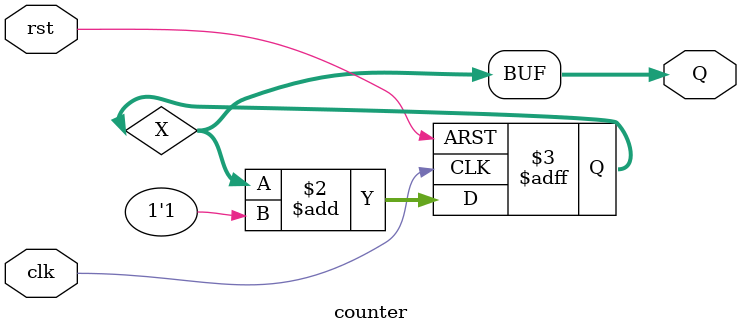
<source format=v>
module counter(Q,clk,rst);
    input clk,rst;
    reg [2:0] X;
    output [2:0] Q;
    always@(posedge clk or posedge rst)
        begin
            if (rst)
                X=3'b000;
            else
                X=X+1'b1;
            end
    assign Q=X;
endmodule

</source>
